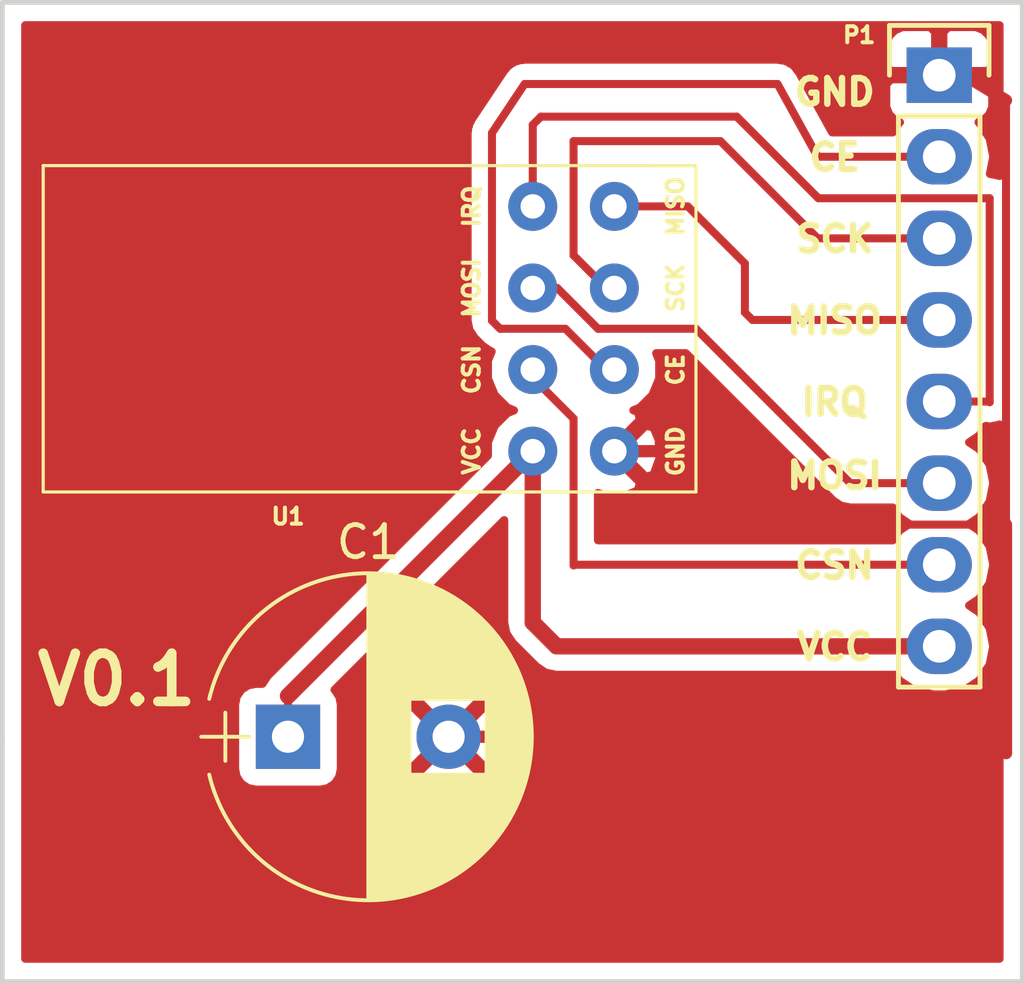
<source format=kicad_pcb>
(kicad_pcb (version 4) (host pcbnew 4.0.5)

  (general
    (links 10)
    (no_connects 0)
    (area 126.924999 101.06 161.196667 133.425001)
    (thickness 1.6)
    (drawings 16)
    (tracks 52)
    (zones 0)
    (modules 3)
    (nets 9)
  )

  (page A4)
  (title_block
    (title "nRF24 Breakout")
    (date 2016-12-04)
    (rev 0.1)
    (company AravInfo)
    (comment 1 Aravinth)
  )

  (layers
    (0 F.Cu signal)
    (31 B.Cu signal)
    (32 B.Adhes user)
    (33 F.Adhes user)
    (34 B.Paste user)
    (35 F.Paste user)
    (36 B.SilkS user)
    (37 F.SilkS user)
    (38 B.Mask user)
    (39 F.Mask user)
    (40 Dwgs.User user)
    (41 Cmts.User user)
    (42 Eco1.User user)
    (43 Eco2.User user)
    (44 Edge.Cuts user)
    (45 Margin user)
    (46 B.CrtYd user)
    (47 F.CrtYd user)
    (48 B.Fab user)
    (49 F.Fab user)
  )

  (setup
    (last_trace_width 0.25)
    (user_trace_width 0.1524)
    (user_trace_width 0.254)
    (user_trace_width 0.381)
    (user_trace_width 0.508)
    (user_trace_width 0.8128)
    (trace_clearance 0.2)
    (zone_clearance 0.508)
    (zone_45_only no)
    (trace_min 0.1524)
    (segment_width 0.2)
    (edge_width 0.15)
    (via_size 0.6)
    (via_drill 0.4)
    (via_min_size 0.4)
    (via_min_drill 0.254)
    (user_via 0.4826 0.3302)
    (user_via 0.5 0.4)
    (user_via 1.905 0.254)
    (uvia_size 0.3)
    (uvia_drill 0.1)
    (uvias_allowed no)
    (uvia_min_size 0.2)
    (uvia_min_drill 0.1)
    (pcb_text_width 0.3)
    (pcb_text_size 1.5 1.5)
    (mod_edge_width 0.15)
    (mod_text_size 1 1)
    (mod_text_width 0.15)
    (pad_size 1.524 1.524)
    (pad_drill 0.762)
    (pad_to_mask_clearance 0.2)
    (aux_axis_origin 0 0)
    (visible_elements FFFFFF7F)
    (pcbplotparams
      (layerselection 0x010f0_80000001)
      (usegerberextensions true)
      (excludeedgelayer true)
      (linewidth 0.100000)
      (plotframeref false)
      (viasonmask false)
      (mode 1)
      (useauxorigin false)
      (hpglpennumber 1)
      (hpglpenspeed 20)
      (hpglpendiameter 15)
      (hpglpenoverlay 2)
      (psnegative false)
      (psa4output false)
      (plotreference true)
      (plotvalue true)
      (plotinvisibletext false)
      (padsonsilk false)
      (subtractmaskfromsilk false)
      (outputformat 1)
      (mirror false)
      (drillshape 0)
      (scaleselection 1)
      (outputdirectory gerber/))
  )

  (net 0 "")
  (net 1 "Net-(P1-Pad2)")
  (net 2 "Net-(P1-Pad3)")
  (net 3 "Net-(P1-Pad4)")
  (net 4 "Net-(P1-Pad5)")
  (net 5 "Net-(P1-Pad6)")
  (net 6 "Net-(P1-Pad7)")
  (net 7 "Net-(C1-Pad1)")
  (net 8 "Net-(C1-Pad2)")

  (net_class Default "This is the default net class."
    (clearance 0.2)
    (trace_width 0.25)
    (via_dia 0.6)
    (via_drill 0.4)
    (uvia_dia 0.3)
    (uvia_drill 0.1)
    (add_net "Net-(C1-Pad1)")
    (add_net "Net-(C1-Pad2)")
    (add_net "Net-(P1-Pad2)")
    (add_net "Net-(P1-Pad3)")
    (add_net "Net-(P1-Pad4)")
    (add_net "Net-(P1-Pad5)")
    (add_net "Net-(P1-Pad6)")
    (add_net "Net-(P1-Pad7)")
  )

  (module Pin_Headers:Pin_Header_Straight_1x08 (layer F.Cu) (tedit 58449B44) (tstamp 58449059)
    (at 156.163333 105.135)
    (descr "Through hole pin header")
    (tags "pin header")
    (path /583B2DE2)
    (fp_text reference P1 (at -2.493333 -1.249) (layer F.SilkS)
      (effects (font (size 0.5 0.5) (thickness 0.125)))
    )
    (fp_text value CONN_01X08 (at 0 -3.1) (layer F.Fab) hide
      (effects (font (size 1 1) (thickness 0.15)))
    )
    (fp_line (start -1.75 -1.75) (end -1.75 19.55) (layer F.CrtYd) (width 0.05))
    (fp_line (start 1.75 -1.75) (end 1.75 19.55) (layer F.CrtYd) (width 0.05))
    (fp_line (start -1.75 -1.75) (end 1.75 -1.75) (layer F.CrtYd) (width 0.05))
    (fp_line (start -1.75 19.55) (end 1.75 19.55) (layer F.CrtYd) (width 0.05))
    (fp_line (start 1.27 1.27) (end 1.27 19.05) (layer F.SilkS) (width 0.15))
    (fp_line (start 1.27 19.05) (end -1.27 19.05) (layer F.SilkS) (width 0.15))
    (fp_line (start -1.27 19.05) (end -1.27 1.27) (layer F.SilkS) (width 0.15))
    (fp_line (start 1.55 -1.55) (end 1.55 0) (layer F.SilkS) (width 0.15))
    (fp_line (start 1.27 1.27) (end -1.27 1.27) (layer F.SilkS) (width 0.15))
    (fp_line (start -1.55 0) (end -1.55 -1.55) (layer F.SilkS) (width 0.15))
    (fp_line (start -1.55 -1.55) (end 1.55 -1.55) (layer F.SilkS) (width 0.15))
    (pad 1 thru_hole rect (at 0 0) (size 2.032 1.7272) (drill 1.016) (layers *.Cu *.Mask)
      (net 8 "Net-(C1-Pad2)"))
    (pad 2 thru_hole oval (at 0 2.54) (size 2.032 1.7272) (drill 1.016) (layers *.Cu *.Mask)
      (net 1 "Net-(P1-Pad2)"))
    (pad 3 thru_hole oval (at 0 5.08) (size 2.032 1.7272) (drill 1.016) (layers *.Cu *.Mask)
      (net 2 "Net-(P1-Pad3)"))
    (pad 4 thru_hole oval (at 0 7.62) (size 2.032 1.7272) (drill 1.016) (layers *.Cu *.Mask)
      (net 3 "Net-(P1-Pad4)"))
    (pad 5 thru_hole oval (at 0 10.16) (size 2.032 1.7272) (drill 1.016) (layers *.Cu *.Mask)
      (net 4 "Net-(P1-Pad5)"))
    (pad 6 thru_hole oval (at 0 12.7) (size 2.032 1.7272) (drill 1.016) (layers *.Cu *.Mask)
      (net 5 "Net-(P1-Pad6)"))
    (pad 7 thru_hole oval (at 0 15.24) (size 2.032 1.7272) (drill 1.016) (layers *.Cu *.Mask)
      (net 6 "Net-(P1-Pad7)"))
    (pad 8 thru_hole oval (at 0 17.78) (size 2.032 1.7272) (drill 1.016) (layers *.Cu *.Mask)
      (net 7 "Net-(C1-Pad1)"))
    (model Pin_Headers.3dshapes/Pin_Header_Straight_1x08.wrl
      (at (xyz 0 -0.35 0))
      (scale (xyz 1 1 1))
      (rotate (xyz 0 0 90))
    )
  )

  (module nrf24-footprint:nrf24 (layer F.Cu) (tedit 58449B53) (tstamp 58449074)
    (at 135.89 114.3)
    (descr "A footprint for the generic nrf24")
    (path /583B49F4)
    (fp_text reference U1 (at 0 4.572) (layer F.SilkS)
      (effects (font (size 0.5 0.5) (thickness 0.125)))
    )
    (fp_text value nRF24 (at 0 -1.905) (layer F.Fab)
      (effects (font (size 1 1) (thickness 0.15)))
    )
    (fp_text user IRQ (at 5.715 -5.08 90) (layer F.SilkS)
      (effects (font (size 0.5 0.5) (thickness 0.125)))
    )
    (fp_text user MOSI (at 5.715 -2.54 90) (layer F.SilkS)
      (effects (font (size 0.5 0.5) (thickness 0.125)))
    )
    (fp_text user CSN (at 5.715 0 90) (layer F.SilkS)
      (effects (font (size 0.5 0.5) (thickness 0.125)))
    )
    (fp_text user VCC (at 5.715 2.54 90) (layer F.SilkS)
      (effects (font (size 0.5 0.5) (thickness 0.125)))
    )
    (fp_text user MISO (at 12.065 -5.08 90) (layer F.SilkS)
      (effects (font (size 0.5 0.5) (thickness 0.125)))
    )
    (fp_text user SCK (at 12.065 -2.54 90) (layer F.SilkS)
      (effects (font (size 0.5 0.5) (thickness 0.125)))
    )
    (fp_text user CE (at 12.065 0 90) (layer F.SilkS)
      (effects (font (size 0.5 0.5) (thickness 0.125)))
    )
    (fp_text user GND (at 12.065 2.54 90) (layer F.SilkS)
      (effects (font (size 0.5 0.5) (thickness 0.125)))
    )
    (fp_line (start 11.43 3.81) (end 12.7 3.81) (layer F.SilkS) (width 0.1))
    (fp_line (start 12.7 -6.35) (end 11.43 -6.35) (layer F.SilkS) (width 0.1))
    (fp_line (start 11.43 -6.35) (end 12.7 -6.35) (layer F.SilkS) (width 0.1))
    (fp_line (start 11.43 -6.35) (end -7.62 -6.35) (layer F.SilkS) (width 0.1))
    (fp_line (start -7.62 -6.35) (end -7.62 3.81) (layer F.SilkS) (width 0.1))
    (fp_line (start -7.62 3.81) (end 11.43 3.81) (layer F.SilkS) (width 0.1))
    (fp_line (start 12.7 3.81) (end 12.7 -6.35) (layer F.SilkS) (width 0.1))
    (pad 1 thru_hole circle (at 10.16 0) (size 1.524 1.524) (drill 0.762) (layers *.Cu *.Mask)
      (net 1 "Net-(P1-Pad2)"))
    (pad 2 thru_hole circle (at 10.16 -2.54) (size 1.524 1.524) (drill 0.762) (layers *.Cu *.Mask)
      (net 2 "Net-(P1-Pad3)"))
    (pad 3 thru_hole circle (at 10.16 -5.08) (size 1.524 1.524) (drill 0.762) (layers *.Cu *.Mask)
      (net 3 "Net-(P1-Pad4)"))
    (pad 4 thru_hole circle (at 7.62 -5.08) (size 1.524 1.524) (drill 0.762) (layers *.Cu *.Mask)
      (net 4 "Net-(P1-Pad5)"))
    (pad 5 thru_hole circle (at 7.62 -2.54) (size 1.524 1.524) (drill 0.762) (layers *.Cu *.Mask)
      (net 5 "Net-(P1-Pad6)"))
    (pad 6 thru_hole circle (at 7.62 0) (size 1.524 1.524) (drill 0.762) (layers *.Cu *.Mask)
      (net 6 "Net-(P1-Pad7)"))
    (pad 7 thru_hole circle (at 7.62 2.54) (size 1.524 1.524) (drill 0.762) (layers *.Cu *.Mask)
      (net 7 "Net-(C1-Pad1)"))
    (pad 0 thru_hole circle (at 10.16 2.54) (size 1.524 1.524) (drill 0.762) (layers *.Cu *.Mask)
      (net 8 "Net-(C1-Pad2)"))
  )

  (module Capacitors_THT:CP_Radial_D10.0mm_P5.00mm (layer F.Cu) (tedit 58765D06) (tstamp 588E630C)
    (at 135.89 125.73)
    (descr "CP, Radial series, Radial, pin pitch=5.00mm, , diameter=10mm, Electrolytic Capacitor")
    (tags "CP Radial series Radial pin pitch 5.00mm  diameter 10mm Electrolytic Capacitor")
    (path /588E615B)
    (fp_text reference C1 (at 2.5 -6.06) (layer F.SilkS)
      (effects (font (size 1 1) (thickness 0.15)))
    )
    (fp_text value 10uF (at 2.5 6.06) (layer F.Fab)
      (effects (font (size 1 1) (thickness 0.15)))
    )
    (fp_arc (start 2.5 0) (end -2.451333 -1.18) (angle 153.2) (layer F.SilkS) (width 0.12))
    (fp_arc (start 2.5 0) (end -2.451333 1.18) (angle -153.2) (layer F.SilkS) (width 0.12))
    (fp_arc (start 2.5 0) (end 7.451333 -1.18) (angle 26.8) (layer F.SilkS) (width 0.12))
    (fp_circle (center 2.5 0) (end 7.5 0) (layer F.Fab) (width 0.1))
    (fp_line (start -2.7 0) (end -1.2 0) (layer F.Fab) (width 0.1))
    (fp_line (start -1.95 -0.75) (end -1.95 0.75) (layer F.Fab) (width 0.1))
    (fp_line (start 2.5 -5.05) (end 2.5 5.05) (layer F.SilkS) (width 0.12))
    (fp_line (start 2.54 -5.05) (end 2.54 5.05) (layer F.SilkS) (width 0.12))
    (fp_line (start 2.58 -5.05) (end 2.58 5.05) (layer F.SilkS) (width 0.12))
    (fp_line (start 2.62 -5.049) (end 2.62 5.049) (layer F.SilkS) (width 0.12))
    (fp_line (start 2.66 -5.048) (end 2.66 5.048) (layer F.SilkS) (width 0.12))
    (fp_line (start 2.7 -5.047) (end 2.7 5.047) (layer F.SilkS) (width 0.12))
    (fp_line (start 2.74 -5.045) (end 2.74 5.045) (layer F.SilkS) (width 0.12))
    (fp_line (start 2.78 -5.043) (end 2.78 5.043) (layer F.SilkS) (width 0.12))
    (fp_line (start 2.82 -5.04) (end 2.82 5.04) (layer F.SilkS) (width 0.12))
    (fp_line (start 2.86 -5.038) (end 2.86 5.038) (layer F.SilkS) (width 0.12))
    (fp_line (start 2.9 -5.035) (end 2.9 5.035) (layer F.SilkS) (width 0.12))
    (fp_line (start 2.94 -5.031) (end 2.94 5.031) (layer F.SilkS) (width 0.12))
    (fp_line (start 2.98 -5.028) (end 2.98 5.028) (layer F.SilkS) (width 0.12))
    (fp_line (start 3.02 -5.024) (end 3.02 5.024) (layer F.SilkS) (width 0.12))
    (fp_line (start 3.06 -5.02) (end 3.06 5.02) (layer F.SilkS) (width 0.12))
    (fp_line (start 3.1 -5.015) (end 3.1 5.015) (layer F.SilkS) (width 0.12))
    (fp_line (start 3.14 -5.01) (end 3.14 5.01) (layer F.SilkS) (width 0.12))
    (fp_line (start 3.18 -5.005) (end 3.18 5.005) (layer F.SilkS) (width 0.12))
    (fp_line (start 3.221 -4.999) (end 3.221 4.999) (layer F.SilkS) (width 0.12))
    (fp_line (start 3.261 -4.993) (end 3.261 4.993) (layer F.SilkS) (width 0.12))
    (fp_line (start 3.301 -4.987) (end 3.301 4.987) (layer F.SilkS) (width 0.12))
    (fp_line (start 3.341 -4.981) (end 3.341 4.981) (layer F.SilkS) (width 0.12))
    (fp_line (start 3.381 -4.974) (end 3.381 4.974) (layer F.SilkS) (width 0.12))
    (fp_line (start 3.421 -4.967) (end 3.421 4.967) (layer F.SilkS) (width 0.12))
    (fp_line (start 3.461 -4.959) (end 3.461 4.959) (layer F.SilkS) (width 0.12))
    (fp_line (start 3.501 -4.951) (end 3.501 4.951) (layer F.SilkS) (width 0.12))
    (fp_line (start 3.541 -4.943) (end 3.541 4.943) (layer F.SilkS) (width 0.12))
    (fp_line (start 3.581 -4.935) (end 3.581 4.935) (layer F.SilkS) (width 0.12))
    (fp_line (start 3.621 -4.926) (end 3.621 4.926) (layer F.SilkS) (width 0.12))
    (fp_line (start 3.661 -4.917) (end 3.661 4.917) (layer F.SilkS) (width 0.12))
    (fp_line (start 3.701 -4.907) (end 3.701 4.907) (layer F.SilkS) (width 0.12))
    (fp_line (start 3.741 -4.897) (end 3.741 4.897) (layer F.SilkS) (width 0.12))
    (fp_line (start 3.781 -4.887) (end 3.781 4.887) (layer F.SilkS) (width 0.12))
    (fp_line (start 3.821 -4.876) (end 3.821 -1.181) (layer F.SilkS) (width 0.12))
    (fp_line (start 3.821 1.181) (end 3.821 4.876) (layer F.SilkS) (width 0.12))
    (fp_line (start 3.861 -4.865) (end 3.861 -1.181) (layer F.SilkS) (width 0.12))
    (fp_line (start 3.861 1.181) (end 3.861 4.865) (layer F.SilkS) (width 0.12))
    (fp_line (start 3.901 -4.854) (end 3.901 -1.181) (layer F.SilkS) (width 0.12))
    (fp_line (start 3.901 1.181) (end 3.901 4.854) (layer F.SilkS) (width 0.12))
    (fp_line (start 3.941 -4.843) (end 3.941 -1.181) (layer F.SilkS) (width 0.12))
    (fp_line (start 3.941 1.181) (end 3.941 4.843) (layer F.SilkS) (width 0.12))
    (fp_line (start 3.981 -4.831) (end 3.981 -1.181) (layer F.SilkS) (width 0.12))
    (fp_line (start 3.981 1.181) (end 3.981 4.831) (layer F.SilkS) (width 0.12))
    (fp_line (start 4.021 -4.818) (end 4.021 -1.181) (layer F.SilkS) (width 0.12))
    (fp_line (start 4.021 1.181) (end 4.021 4.818) (layer F.SilkS) (width 0.12))
    (fp_line (start 4.061 -4.806) (end 4.061 -1.181) (layer F.SilkS) (width 0.12))
    (fp_line (start 4.061 1.181) (end 4.061 4.806) (layer F.SilkS) (width 0.12))
    (fp_line (start 4.101 -4.792) (end 4.101 -1.181) (layer F.SilkS) (width 0.12))
    (fp_line (start 4.101 1.181) (end 4.101 4.792) (layer F.SilkS) (width 0.12))
    (fp_line (start 4.141 -4.779) (end 4.141 -1.181) (layer F.SilkS) (width 0.12))
    (fp_line (start 4.141 1.181) (end 4.141 4.779) (layer F.SilkS) (width 0.12))
    (fp_line (start 4.181 -4.765) (end 4.181 -1.181) (layer F.SilkS) (width 0.12))
    (fp_line (start 4.181 1.181) (end 4.181 4.765) (layer F.SilkS) (width 0.12))
    (fp_line (start 4.221 -4.751) (end 4.221 -1.181) (layer F.SilkS) (width 0.12))
    (fp_line (start 4.221 1.181) (end 4.221 4.751) (layer F.SilkS) (width 0.12))
    (fp_line (start 4.261 -4.737) (end 4.261 -1.181) (layer F.SilkS) (width 0.12))
    (fp_line (start 4.261 1.181) (end 4.261 4.737) (layer F.SilkS) (width 0.12))
    (fp_line (start 4.301 -4.722) (end 4.301 -1.181) (layer F.SilkS) (width 0.12))
    (fp_line (start 4.301 1.181) (end 4.301 4.722) (layer F.SilkS) (width 0.12))
    (fp_line (start 4.341 -4.706) (end 4.341 -1.181) (layer F.SilkS) (width 0.12))
    (fp_line (start 4.341 1.181) (end 4.341 4.706) (layer F.SilkS) (width 0.12))
    (fp_line (start 4.381 -4.691) (end 4.381 -1.181) (layer F.SilkS) (width 0.12))
    (fp_line (start 4.381 1.181) (end 4.381 4.691) (layer F.SilkS) (width 0.12))
    (fp_line (start 4.421 -4.674) (end 4.421 -1.181) (layer F.SilkS) (width 0.12))
    (fp_line (start 4.421 1.181) (end 4.421 4.674) (layer F.SilkS) (width 0.12))
    (fp_line (start 4.461 -4.658) (end 4.461 -1.181) (layer F.SilkS) (width 0.12))
    (fp_line (start 4.461 1.181) (end 4.461 4.658) (layer F.SilkS) (width 0.12))
    (fp_line (start 4.501 -4.641) (end 4.501 -1.181) (layer F.SilkS) (width 0.12))
    (fp_line (start 4.501 1.181) (end 4.501 4.641) (layer F.SilkS) (width 0.12))
    (fp_line (start 4.541 -4.624) (end 4.541 -1.181) (layer F.SilkS) (width 0.12))
    (fp_line (start 4.541 1.181) (end 4.541 4.624) (layer F.SilkS) (width 0.12))
    (fp_line (start 4.581 -4.606) (end 4.581 -1.181) (layer F.SilkS) (width 0.12))
    (fp_line (start 4.581 1.181) (end 4.581 4.606) (layer F.SilkS) (width 0.12))
    (fp_line (start 4.621 -4.588) (end 4.621 -1.181) (layer F.SilkS) (width 0.12))
    (fp_line (start 4.621 1.181) (end 4.621 4.588) (layer F.SilkS) (width 0.12))
    (fp_line (start 4.661 -4.569) (end 4.661 -1.181) (layer F.SilkS) (width 0.12))
    (fp_line (start 4.661 1.181) (end 4.661 4.569) (layer F.SilkS) (width 0.12))
    (fp_line (start 4.701 -4.55) (end 4.701 -1.181) (layer F.SilkS) (width 0.12))
    (fp_line (start 4.701 1.181) (end 4.701 4.55) (layer F.SilkS) (width 0.12))
    (fp_line (start 4.741 -4.531) (end 4.741 -1.181) (layer F.SilkS) (width 0.12))
    (fp_line (start 4.741 1.181) (end 4.741 4.531) (layer F.SilkS) (width 0.12))
    (fp_line (start 4.781 -4.511) (end 4.781 -1.181) (layer F.SilkS) (width 0.12))
    (fp_line (start 4.781 1.181) (end 4.781 4.511) (layer F.SilkS) (width 0.12))
    (fp_line (start 4.821 -4.491) (end 4.821 -1.181) (layer F.SilkS) (width 0.12))
    (fp_line (start 4.821 1.181) (end 4.821 4.491) (layer F.SilkS) (width 0.12))
    (fp_line (start 4.861 -4.47) (end 4.861 -1.181) (layer F.SilkS) (width 0.12))
    (fp_line (start 4.861 1.181) (end 4.861 4.47) (layer F.SilkS) (width 0.12))
    (fp_line (start 4.901 -4.449) (end 4.901 -1.181) (layer F.SilkS) (width 0.12))
    (fp_line (start 4.901 1.181) (end 4.901 4.449) (layer F.SilkS) (width 0.12))
    (fp_line (start 4.941 -4.428) (end 4.941 -1.181) (layer F.SilkS) (width 0.12))
    (fp_line (start 4.941 1.181) (end 4.941 4.428) (layer F.SilkS) (width 0.12))
    (fp_line (start 4.981 -4.405) (end 4.981 -1.181) (layer F.SilkS) (width 0.12))
    (fp_line (start 4.981 1.181) (end 4.981 4.405) (layer F.SilkS) (width 0.12))
    (fp_line (start 5.021 -4.383) (end 5.021 -1.181) (layer F.SilkS) (width 0.12))
    (fp_line (start 5.021 1.181) (end 5.021 4.383) (layer F.SilkS) (width 0.12))
    (fp_line (start 5.061 -4.36) (end 5.061 -1.181) (layer F.SilkS) (width 0.12))
    (fp_line (start 5.061 1.181) (end 5.061 4.36) (layer F.SilkS) (width 0.12))
    (fp_line (start 5.101 -4.336) (end 5.101 -1.181) (layer F.SilkS) (width 0.12))
    (fp_line (start 5.101 1.181) (end 5.101 4.336) (layer F.SilkS) (width 0.12))
    (fp_line (start 5.141 -4.312) (end 5.141 -1.181) (layer F.SilkS) (width 0.12))
    (fp_line (start 5.141 1.181) (end 5.141 4.312) (layer F.SilkS) (width 0.12))
    (fp_line (start 5.181 -4.288) (end 5.181 -1.181) (layer F.SilkS) (width 0.12))
    (fp_line (start 5.181 1.181) (end 5.181 4.288) (layer F.SilkS) (width 0.12))
    (fp_line (start 5.221 -4.263) (end 5.221 -1.181) (layer F.SilkS) (width 0.12))
    (fp_line (start 5.221 1.181) (end 5.221 4.263) (layer F.SilkS) (width 0.12))
    (fp_line (start 5.261 -4.237) (end 5.261 -1.181) (layer F.SilkS) (width 0.12))
    (fp_line (start 5.261 1.181) (end 5.261 4.237) (layer F.SilkS) (width 0.12))
    (fp_line (start 5.301 -4.211) (end 5.301 -1.181) (layer F.SilkS) (width 0.12))
    (fp_line (start 5.301 1.181) (end 5.301 4.211) (layer F.SilkS) (width 0.12))
    (fp_line (start 5.341 -4.185) (end 5.341 -1.181) (layer F.SilkS) (width 0.12))
    (fp_line (start 5.341 1.181) (end 5.341 4.185) (layer F.SilkS) (width 0.12))
    (fp_line (start 5.381 -4.157) (end 5.381 -1.181) (layer F.SilkS) (width 0.12))
    (fp_line (start 5.381 1.181) (end 5.381 4.157) (layer F.SilkS) (width 0.12))
    (fp_line (start 5.421 -4.13) (end 5.421 -1.181) (layer F.SilkS) (width 0.12))
    (fp_line (start 5.421 1.181) (end 5.421 4.13) (layer F.SilkS) (width 0.12))
    (fp_line (start 5.461 -4.101) (end 5.461 -1.181) (layer F.SilkS) (width 0.12))
    (fp_line (start 5.461 1.181) (end 5.461 4.101) (layer F.SilkS) (width 0.12))
    (fp_line (start 5.501 -4.072) (end 5.501 -1.181) (layer F.SilkS) (width 0.12))
    (fp_line (start 5.501 1.181) (end 5.501 4.072) (layer F.SilkS) (width 0.12))
    (fp_line (start 5.541 -4.043) (end 5.541 -1.181) (layer F.SilkS) (width 0.12))
    (fp_line (start 5.541 1.181) (end 5.541 4.043) (layer F.SilkS) (width 0.12))
    (fp_line (start 5.581 -4.013) (end 5.581 -1.181) (layer F.SilkS) (width 0.12))
    (fp_line (start 5.581 1.181) (end 5.581 4.013) (layer F.SilkS) (width 0.12))
    (fp_line (start 5.621 -3.982) (end 5.621 -1.181) (layer F.SilkS) (width 0.12))
    (fp_line (start 5.621 1.181) (end 5.621 3.982) (layer F.SilkS) (width 0.12))
    (fp_line (start 5.661 -3.951) (end 5.661 -1.181) (layer F.SilkS) (width 0.12))
    (fp_line (start 5.661 1.181) (end 5.661 3.951) (layer F.SilkS) (width 0.12))
    (fp_line (start 5.701 -3.919) (end 5.701 -1.181) (layer F.SilkS) (width 0.12))
    (fp_line (start 5.701 1.181) (end 5.701 3.919) (layer F.SilkS) (width 0.12))
    (fp_line (start 5.741 -3.886) (end 5.741 -1.181) (layer F.SilkS) (width 0.12))
    (fp_line (start 5.741 1.181) (end 5.741 3.886) (layer F.SilkS) (width 0.12))
    (fp_line (start 5.781 -3.853) (end 5.781 -1.181) (layer F.SilkS) (width 0.12))
    (fp_line (start 5.781 1.181) (end 5.781 3.853) (layer F.SilkS) (width 0.12))
    (fp_line (start 5.821 -3.819) (end 5.821 -1.181) (layer F.SilkS) (width 0.12))
    (fp_line (start 5.821 1.181) (end 5.821 3.819) (layer F.SilkS) (width 0.12))
    (fp_line (start 5.861 -3.784) (end 5.861 -1.181) (layer F.SilkS) (width 0.12))
    (fp_line (start 5.861 1.181) (end 5.861 3.784) (layer F.SilkS) (width 0.12))
    (fp_line (start 5.901 -3.748) (end 5.901 -1.181) (layer F.SilkS) (width 0.12))
    (fp_line (start 5.901 1.181) (end 5.901 3.748) (layer F.SilkS) (width 0.12))
    (fp_line (start 5.941 -3.712) (end 5.941 -1.181) (layer F.SilkS) (width 0.12))
    (fp_line (start 5.941 1.181) (end 5.941 3.712) (layer F.SilkS) (width 0.12))
    (fp_line (start 5.981 -3.675) (end 5.981 -1.181) (layer F.SilkS) (width 0.12))
    (fp_line (start 5.981 1.181) (end 5.981 3.675) (layer F.SilkS) (width 0.12))
    (fp_line (start 6.021 -3.637) (end 6.021 -1.181) (layer F.SilkS) (width 0.12))
    (fp_line (start 6.021 1.181) (end 6.021 3.637) (layer F.SilkS) (width 0.12))
    (fp_line (start 6.061 -3.598) (end 6.061 -1.181) (layer F.SilkS) (width 0.12))
    (fp_line (start 6.061 1.181) (end 6.061 3.598) (layer F.SilkS) (width 0.12))
    (fp_line (start 6.101 -3.559) (end 6.101 -1.181) (layer F.SilkS) (width 0.12))
    (fp_line (start 6.101 1.181) (end 6.101 3.559) (layer F.SilkS) (width 0.12))
    (fp_line (start 6.141 -3.518) (end 6.141 -1.181) (layer F.SilkS) (width 0.12))
    (fp_line (start 6.141 1.181) (end 6.141 3.518) (layer F.SilkS) (width 0.12))
    (fp_line (start 6.181 -3.477) (end 6.181 3.477) (layer F.SilkS) (width 0.12))
    (fp_line (start 6.221 -3.435) (end 6.221 3.435) (layer F.SilkS) (width 0.12))
    (fp_line (start 6.261 -3.391) (end 6.261 3.391) (layer F.SilkS) (width 0.12))
    (fp_line (start 6.301 -3.347) (end 6.301 3.347) (layer F.SilkS) (width 0.12))
    (fp_line (start 6.341 -3.302) (end 6.341 3.302) (layer F.SilkS) (width 0.12))
    (fp_line (start 6.381 -3.255) (end 6.381 3.255) (layer F.SilkS) (width 0.12))
    (fp_line (start 6.421 -3.207) (end 6.421 3.207) (layer F.SilkS) (width 0.12))
    (fp_line (start 6.461 -3.158) (end 6.461 3.158) (layer F.SilkS) (width 0.12))
    (fp_line (start 6.501 -3.108) (end 6.501 3.108) (layer F.SilkS) (width 0.12))
    (fp_line (start 6.541 -3.057) (end 6.541 3.057) (layer F.SilkS) (width 0.12))
    (fp_line (start 6.581 -3.004) (end 6.581 3.004) (layer F.SilkS) (width 0.12))
    (fp_line (start 6.621 -2.949) (end 6.621 2.949) (layer F.SilkS) (width 0.12))
    (fp_line (start 6.661 -2.894) (end 6.661 2.894) (layer F.SilkS) (width 0.12))
    (fp_line (start 6.701 -2.836) (end 6.701 2.836) (layer F.SilkS) (width 0.12))
    (fp_line (start 6.741 -2.777) (end 6.741 2.777) (layer F.SilkS) (width 0.12))
    (fp_line (start 6.781 -2.715) (end 6.781 2.715) (layer F.SilkS) (width 0.12))
    (fp_line (start 6.821 -2.652) (end 6.821 2.652) (layer F.SilkS) (width 0.12))
    (fp_line (start 6.861 -2.587) (end 6.861 2.587) (layer F.SilkS) (width 0.12))
    (fp_line (start 6.901 -2.519) (end 6.901 2.519) (layer F.SilkS) (width 0.12))
    (fp_line (start 6.941 -2.449) (end 6.941 2.449) (layer F.SilkS) (width 0.12))
    (fp_line (start 6.981 -2.377) (end 6.981 2.377) (layer F.SilkS) (width 0.12))
    (fp_line (start 7.021 -2.301) (end 7.021 2.301) (layer F.SilkS) (width 0.12))
    (fp_line (start 7.061 -2.222) (end 7.061 2.222) (layer F.SilkS) (width 0.12))
    (fp_line (start 7.101 -2.14) (end 7.101 2.14) (layer F.SilkS) (width 0.12))
    (fp_line (start 7.141 -2.053) (end 7.141 2.053) (layer F.SilkS) (width 0.12))
    (fp_line (start 7.181 -1.962) (end 7.181 1.962) (layer F.SilkS) (width 0.12))
    (fp_line (start 7.221 -1.866) (end 7.221 1.866) (layer F.SilkS) (width 0.12))
    (fp_line (start 7.261 -1.763) (end 7.261 1.763) (layer F.SilkS) (width 0.12))
    (fp_line (start 7.301 -1.654) (end 7.301 1.654) (layer F.SilkS) (width 0.12))
    (fp_line (start 7.341 -1.536) (end 7.341 1.536) (layer F.SilkS) (width 0.12))
    (fp_line (start 7.381 -1.407) (end 7.381 1.407) (layer F.SilkS) (width 0.12))
    (fp_line (start 7.421 -1.265) (end 7.421 1.265) (layer F.SilkS) (width 0.12))
    (fp_line (start 7.461 -1.104) (end 7.461 1.104) (layer F.SilkS) (width 0.12))
    (fp_line (start 7.501 -0.913) (end 7.501 0.913) (layer F.SilkS) (width 0.12))
    (fp_line (start 7.541 -0.672) (end 7.541 0.672) (layer F.SilkS) (width 0.12))
    (fp_line (start 7.581 -0.279) (end 7.581 0.279) (layer F.SilkS) (width 0.12))
    (fp_line (start -2.7 0) (end -1.2 0) (layer F.SilkS) (width 0.12))
    (fp_line (start -1.95 -0.75) (end -1.95 0.75) (layer F.SilkS) (width 0.12))
    (fp_line (start -2.85 -5.35) (end -2.85 5.35) (layer F.CrtYd) (width 0.05))
    (fp_line (start -2.85 5.35) (end 7.85 5.35) (layer F.CrtYd) (width 0.05))
    (fp_line (start 7.85 5.35) (end 7.85 -5.35) (layer F.CrtYd) (width 0.05))
    (fp_line (start 7.85 -5.35) (end -2.85 -5.35) (layer F.CrtYd) (width 0.05))
    (pad 1 thru_hole rect (at 0 0) (size 2 2) (drill 1) (layers *.Cu *.Mask)
      (net 7 "Net-(C1-Pad1)"))
    (pad 2 thru_hole circle (at 5 0) (size 2 2) (drill 1) (layers *.Cu *.Mask)
      (net 8 "Net-(C1-Pad2)"))
    (model Capacitors_ThroughHole.3dshapes/CP_Radial_D10.0mm_P5.00mm.wrl
      (at (xyz 0 0 0))
      (scale (xyz 0.393701 0.393701 0.393701))
      (rotate (xyz 0 0 0))
    )
  )

  (gr_line (start 127 133.35) (end 127 125.73) (angle 90) (layer Edge.Cuts) (width 0.15))
  (gr_line (start 158.75 133.35) (end 158.75 125.73) (angle 90) (layer Edge.Cuts) (width 0.15))
  (gr_text V0.1 (at 130.556 123.952) (layer F.SilkS)
    (effects (font (size 1.5 1.5) (thickness 0.3)))
  )
  (gr_text GND (at 152.908 105.664) (layer F.SilkS)
    (effects (font (size 0.8 0.8) (thickness 0.2)))
  )
  (gr_text CE (at 152.908 107.696) (layer F.SilkS)
    (effects (font (size 0.8 0.8) (thickness 0.2)))
  )
  (gr_text "SCK\n" (at 152.908 110.236) (layer F.SilkS)
    (effects (font (size 0.8 0.8) (thickness 0.2)))
  )
  (gr_text MISO (at 152.908 112.776) (layer F.SilkS)
    (effects (font (size 0.8 0.8) (thickness 0.2)))
  )
  (gr_text IRQ (at 152.908 115.316) (layer F.SilkS)
    (effects (font (size 0.8 0.8) (thickness 0.2)))
  )
  (gr_text "MOSI\n" (at 152.908 117.602) (layer F.SilkS)
    (effects (font (size 0.8 0.8) (thickness 0.2)))
  )
  (gr_text CSN (at 152.908 120.396) (layer F.SilkS)
    (effects (font (size 0.8 0.8) (thickness 0.2)))
  )
  (gr_text VCC (at 152.908 122.936) (layer F.SilkS)
    (effects (font (size 0.8 0.8) (thickness 0.2)))
  )
  (gr_line (start 158.75 125.73) (end 158.75 102.87) (angle 90) (layer Edge.Cuts) (width 0.15))
  (gr_line (start 127 133.35) (end 158.75 133.35) (angle 90) (layer Edge.Cuts) (width 0.15))
  (gr_line (start 127 124.46) (end 127 125.73) (angle 90) (layer Edge.Cuts) (width 0.15))
  (gr_line (start 127 102.87) (end 127 124.46) (angle 90) (layer Edge.Cuts) (width 0.15))
  (gr_line (start 158.75 102.87) (end 127 102.87) (angle 90) (layer Edge.Cuts) (width 0.15))

  (segment (start 146.05 114.3) (end 145.796 114.3) (width 0.25) (layer F.Cu) (net 1))
  (segment (start 145.796 114.3) (end 144.526 113.03) (width 0.25) (layer F.Cu) (net 1) (tstamp 584497DC))
  (segment (start 144.526 113.03) (end 142.494 113.03) (width 0.25) (layer F.Cu) (net 1) (tstamp 584497E1))
  (segment (start 142.494 113.03) (end 142.24 112.776) (width 0.25) (layer F.Cu) (net 1) (tstamp 584497E4))
  (segment (start 142.24 112.776) (end 142.24 106.934) (width 0.25) (layer F.Cu) (net 1) (tstamp 584497E7))
  (segment (start 142.24 106.934) (end 143.256 105.41) (width 0.25) (layer F.Cu) (net 1) (tstamp 584497E9))
  (segment (start 143.256 105.41) (end 151.13 105.41) (width 0.25) (layer F.Cu) (net 1) (tstamp 584497EC))
  (segment (start 151.13 105.41) (end 152.379 107.675) (width 0.25) (layer F.Cu) (net 1) (tstamp 584497ED))
  (segment (start 152.379 107.675) (end 156.163333 107.675) (width 0.25) (layer F.Cu) (net 1) (tstamp 584497F0))
  (segment (start 146.05 111.76) (end 145.796 111.76) (width 0.25) (layer F.Cu) (net 2))
  (segment (start 145.796 111.76) (end 144.78 110.744) (width 0.25) (layer F.Cu) (net 2) (tstamp 5844975C))
  (segment (start 144.78 110.744) (end 144.78 107.188) (width 0.25) (layer F.Cu) (net 2) (tstamp 58449760))
  (segment (start 144.78 107.188) (end 149.352 107.188) (width 0.25) (layer F.Cu) (net 2) (tstamp 58449763))
  (segment (start 149.352 107.188) (end 152.379 110.215) (width 0.25) (layer F.Cu) (net 2) (tstamp 58449765))
  (segment (start 152.379 110.215) (end 156.163333 110.215) (width 0.25) (layer F.Cu) (net 2) (tstamp 58449769))
  (segment (start 150.347 112.755) (end 156.163333 112.755) (width 0.25) (layer F.Cu) (net 3) (tstamp 5844972F))
  (segment (start 150.114 112.522) (end 150.347 112.755) (width 0.25) (layer F.Cu) (net 3) (tstamp 5844972B))
  (segment (start 150.114 110.998) (end 150.114 112.522) (width 0.25) (layer F.Cu) (net 3) (tstamp 58449729))
  (segment (start 148.336 109.22) (end 150.114 110.998) (width 0.25) (layer F.Cu) (net 3) (tstamp 58449721))
  (segment (start 146.05 109.22) (end 148.336 109.22) (width 0.25) (layer F.Cu) (net 3))
  (segment (start 143.51 109.22) (end 143.51 106.68) (width 0.25) (layer F.Cu) (net 4))
  (segment (start 157.713 115.295) (end 156.163333 115.295) (width 0.25) (layer F.Cu) (net 4) (tstamp 584498EA))
  (segment (start 157.734 115.316) (end 157.713 115.295) (width 0.25) (layer F.Cu) (net 4) (tstamp 584498E7))
  (segment (start 157.734 108.966) (end 157.734 115.316) (width 0.25) (layer F.Cu) (net 4) (tstamp 584498E5))
  (segment (start 152.4 108.966) (end 157.734 108.966) (width 0.25) (layer F.Cu) (net 4) (tstamp 584498E3))
  (segment (start 149.86 106.426) (end 152.4 108.966) (width 0.25) (layer F.Cu) (net 4) (tstamp 584498DF))
  (segment (start 143.764 106.426) (end 149.86 106.426) (width 0.25) (layer F.Cu) (net 4) (tstamp 584498DD))
  (segment (start 143.51 106.68) (end 143.764 106.426) (width 0.25) (layer F.Cu) (net 4) (tstamp 584498DA))
  (segment (start 143.51 111.76) (end 144.272 111.76) (width 0.25) (layer F.Cu) (net 5))
  (segment (start 144.272 111.76) (end 145.542 113.03) (width 0.25) (layer F.Cu) (net 5) (tstamp 584498C0))
  (segment (start 145.542 113.03) (end 148.59 113.03) (width 0.25) (layer F.Cu) (net 5) (tstamp 584498C5))
  (segment (start 148.59 113.03) (end 153.395 117.835) (width 0.25) (layer F.Cu) (net 5) (tstamp 584498CA))
  (segment (start 153.395 117.835) (end 156.163333 117.835) (width 0.25) (layer F.Cu) (net 5) (tstamp 584498CD))
  (segment (start 143.51 114.3) (end 143.51 114.554) (width 0.25) (layer F.Cu) (net 6))
  (segment (start 143.51 114.554) (end 144.78 115.824) (width 0.25) (layer F.Cu) (net 6) (tstamp 5844986A))
  (segment (start 144.78 115.824) (end 144.78 120.396) (width 0.25) (layer F.Cu) (net 6) (tstamp 58449870))
  (segment (start 144.78 120.396) (end 144.801 120.375) (width 0.25) (layer F.Cu) (net 6) (tstamp 5844987B))
  (segment (start 144.801 120.375) (end 156.163333 120.375) (width 0.25) (layer F.Cu) (net 6) (tstamp 5844987E))
  (segment (start 135.89 125.73) (end 135.89 124.46) (width 0.25) (layer F.Cu) (net 7))
  (segment (start 135.89 124.46) (end 143.51 116.84) (width 0.508) (layer F.Cu) (net 7) (tstamp 588E642D))
  (segment (start 143.51 116.84) (end 143.51 122.174) (width 0.508) (layer F.Cu) (net 7))
  (segment (start 144.251 122.915) (end 156.163333 122.915) (width 0.508) (layer F.Cu) (net 7) (tstamp 58449847))
  (segment (start 143.51 122.174) (end 144.251 122.915) (width 0.508) (layer F.Cu) (net 7) (tstamp 58449841))
  (segment (start 158.242 119.126) (end 158.242 126.238) (width 0.381) (layer F.Cu) (net 8))
  (segment (start 158.242 126.238) (end 157.734 125.73) (width 0.381) (layer F.Cu) (net 8) (tstamp 588E649B))
  (segment (start 157.734 125.73) (end 140.89 125.73) (width 0.381) (layer F.Cu) (net 8) (tstamp 588E64A0))
  (segment (start 146.05 116.84) (end 149.606 116.84) (width 0.381) (layer F.Cu) (net 8))
  (segment (start 149.606 116.84) (end 151.892 119.126) (width 0.381) (layer F.Cu) (net 8) (tstamp 584497F4))
  (segment (start 151.892 119.126) (end 158.242 119.126) (width 0.25) (layer F.Cu) (net 8) (tstamp 584497FD))
  (segment (start 158.242 105.918) (end 156.951 105.135) (width 0.381) (layer F.Cu) (net 8) (tstamp 58449803))
  (segment (start 158.242 119.126) (end 158.242 105.918) (width 0.25) (layer F.Cu) (net 8) (tstamp 58449802))
  (segment (start 156.951 105.135) (end 156.163333 105.135) (width 0.25) (layer F.Cu) (net 8) (tstamp 58449809))

  (zone (net 8) (net_name "Net-(C1-Pad2)") (layer F.Cu) (tstamp 588E6FF6) (hatch edge 0.508)
    (connect_pads (clearance 0.508))
    (min_thickness 0.254)
    (fill yes (arc_segments 16) (thermal_gap 0.508) (thermal_bridge_width 0.508))
    (polygon
      (pts
        (xy 158.75 133.35) (xy 127 133.35) (xy 127 102.87) (xy 158.75 102.87)
      )
    )
    (filled_polygon
      (pts
        (xy 158.04 108.273982) (xy 158.024839 108.263852) (xy 157.740787 108.20735) (xy 157.846678 107.675) (xy 157.732604 107.101511)
        (xy 157.407748 106.61533) (xy 157.385553 106.6005) (xy 157.539031 106.536927) (xy 157.71766 106.358299) (xy 157.814333 106.12491)
        (xy 157.814333 105.42075) (xy 157.655583 105.262) (xy 156.290333 105.262) (xy 156.290333 105.282) (xy 156.036333 105.282)
        (xy 156.036333 105.262) (xy 154.671083 105.262) (xy 154.512333 105.42075) (xy 154.512333 106.12491) (xy 154.609006 106.358299)
        (xy 154.787635 106.536927) (xy 154.941113 106.6005) (xy 154.918918 106.61533) (xy 154.718685 106.915) (xy 152.827801 106.915)
        (xy 151.79552 105.043009) (xy 151.726717 104.961372) (xy 151.667401 104.872599) (xy 151.631919 104.848891) (xy 151.604419 104.816261)
        (xy 151.509609 104.767166) (xy 151.420839 104.707852) (xy 151.378987 104.699527) (xy 151.341092 104.679904) (xy 151.234712 104.670829)
        (xy 151.13 104.65) (xy 143.256 104.65) (xy 143.182198 104.66468) (xy 143.106952 104.664759) (xy 143.03819 104.693325)
        (xy 142.965161 104.707852) (xy 142.902594 104.749658) (xy 142.833106 104.778526) (xy 142.780511 104.831231) (xy 142.718599 104.872599)
        (xy 142.676794 104.935165) (xy 142.623642 104.988428) (xy 141.607642 106.512428) (xy 141.579219 106.581251) (xy 141.537852 106.643161)
        (xy 141.523172 106.716962) (xy 141.494449 106.786511) (xy 141.494527 106.860969) (xy 141.48 106.934) (xy 141.48 112.776)
        (xy 141.537852 113.066839) (xy 141.702599 113.313401) (xy 141.956599 113.567401) (xy 142.20316 113.732148) (xy 142.230856 113.737657)
        (xy 142.113243 114.0209) (xy 142.112758 114.576661) (xy 142.32499 115.090303) (xy 142.71763 115.483629) (xy 142.925512 115.569949)
        (xy 142.719697 115.65499) (xy 142.326371 116.04763) (xy 142.113243 116.5609) (xy 142.112877 116.979887) (xy 135.261382 123.831382)
        (xy 135.093551 124.08256) (xy 134.89 124.08256) (xy 134.654683 124.126838) (xy 134.438559 124.26591) (xy 134.293569 124.47811)
        (xy 134.24256 124.73) (xy 134.24256 126.73) (xy 134.286838 126.965317) (xy 134.42591 127.181441) (xy 134.63811 127.326431)
        (xy 134.89 127.37744) (xy 136.89 127.37744) (xy 137.125317 127.333162) (xy 137.341441 127.19409) (xy 137.486431 126.98189)
        (xy 137.506551 126.882532) (xy 139.917073 126.882532) (xy 140.015736 127.149387) (xy 140.625461 127.375908) (xy 141.27546 127.351856)
        (xy 141.764264 127.149387) (xy 141.862927 126.882532) (xy 140.89 125.909605) (xy 139.917073 126.882532) (xy 137.506551 126.882532)
        (xy 137.53744 126.73) (xy 137.53744 125.465461) (xy 139.244092 125.465461) (xy 139.268144 126.11546) (xy 139.470613 126.604264)
        (xy 139.737468 126.702927) (xy 140.710395 125.73) (xy 141.069605 125.73) (xy 142.042532 126.702927) (xy 142.309387 126.604264)
        (xy 142.535908 125.994539) (xy 142.511856 125.34454) (xy 142.309387 124.855736) (xy 142.042532 124.757073) (xy 141.069605 125.73)
        (xy 140.710395 125.73) (xy 139.737468 124.757073) (xy 139.470613 124.855736) (xy 139.244092 125.465461) (xy 137.53744 125.465461)
        (xy 137.53744 124.73) (xy 137.50874 124.577468) (xy 139.917073 124.577468) (xy 140.89 125.550395) (xy 141.862927 124.577468)
        (xy 141.764264 124.310613) (xy 141.154539 124.084092) (xy 140.50454 124.108144) (xy 140.015736 124.310613) (xy 139.917073 124.577468)
        (xy 137.50874 124.577468) (xy 137.493162 124.494683) (xy 137.35409 124.278559) (xy 137.338993 124.268243) (xy 142.621 118.986236)
        (xy 142.621 122.174) (xy 142.688671 122.514206) (xy 142.729155 122.574794) (xy 142.881382 122.802618) (xy 143.622382 123.543618)
        (xy 143.910794 123.736329) (xy 144.251 123.804) (xy 154.80488 123.804) (xy 154.918918 123.97467) (xy 155.405099 124.299526)
        (xy 155.978588 124.4136) (xy 156.348078 124.4136) (xy 156.921567 124.299526) (xy 157.407748 123.97467) (xy 157.732604 123.488489)
        (xy 157.846678 122.915) (xy 157.732604 122.341511) (xy 157.407748 121.85533) (xy 157.092967 121.645) (xy 157.407748 121.43467)
        (xy 157.732604 120.948489) (xy 157.846678 120.375) (xy 157.732604 119.801511) (xy 157.407748 119.31533) (xy 157.092967 119.105)
        (xy 157.407748 118.89467) (xy 157.732604 118.408489) (xy 157.846678 117.835) (xy 157.732604 117.261511) (xy 157.407748 116.77533)
        (xy 157.092967 116.565) (xy 157.407748 116.35467) (xy 157.607981 116.055) (xy 157.628427 116.055) (xy 157.734 116.076)
        (xy 158.024839 116.018148) (xy 158.04 116.008018) (xy 158.04 132.64) (xy 127.71 132.64) (xy 127.71 104.14509)
        (xy 154.512333 104.14509) (xy 154.512333 104.84925) (xy 154.671083 105.008) (xy 156.036333 105.008) (xy 156.036333 103.79515)
        (xy 156.290333 103.79515) (xy 156.290333 105.008) (xy 157.655583 105.008) (xy 157.814333 104.84925) (xy 157.814333 104.14509)
        (xy 157.71766 103.911701) (xy 157.539031 103.733073) (xy 157.305642 103.6364) (xy 156.449083 103.6364) (xy 156.290333 103.79515)
        (xy 156.036333 103.79515) (xy 155.877583 103.6364) (xy 155.021024 103.6364) (xy 154.787635 103.733073) (xy 154.609006 103.911701)
        (xy 154.512333 104.14509) (xy 127.71 104.14509) (xy 127.71 103.58) (xy 158.04 103.58)
      )
    )
    (filled_polygon
      (pts
        (xy 152.857599 118.372401) (xy 153.10416 118.537148) (xy 153.395 118.595) (xy 154.718685 118.595) (xy 154.918918 118.89467)
        (xy 155.233699 119.105) (xy 154.918918 119.31533) (xy 154.718685 119.615) (xy 145.54 119.615) (xy 145.54 118.141293)
        (xy 145.842302 118.249144) (xy 146.397368 118.221362) (xy 146.781143 118.062397) (xy 146.850608 117.820213) (xy 146.05 117.019605)
        (xy 146.035858 117.033748) (xy 145.856253 116.854143) (xy 145.870395 116.84) (xy 146.229605 116.84) (xy 147.030213 117.640608)
        (xy 147.272397 117.571143) (xy 147.459144 117.047698) (xy 147.431362 116.492632) (xy 147.272397 116.108857) (xy 147.030213 116.039392)
        (xy 146.229605 116.84) (xy 145.870395 116.84) (xy 145.856253 116.825858) (xy 146.035858 116.646253) (xy 146.05 116.660395)
        (xy 146.850608 115.859787) (xy 146.781143 115.617603) (xy 146.640682 115.567491) (xy 146.840303 115.48501) (xy 147.233629 115.09237)
        (xy 147.446757 114.5791) (xy 147.447242 114.023339) (xy 147.350829 113.79) (xy 148.275198 113.79)
      )
    )
  )
)

</source>
